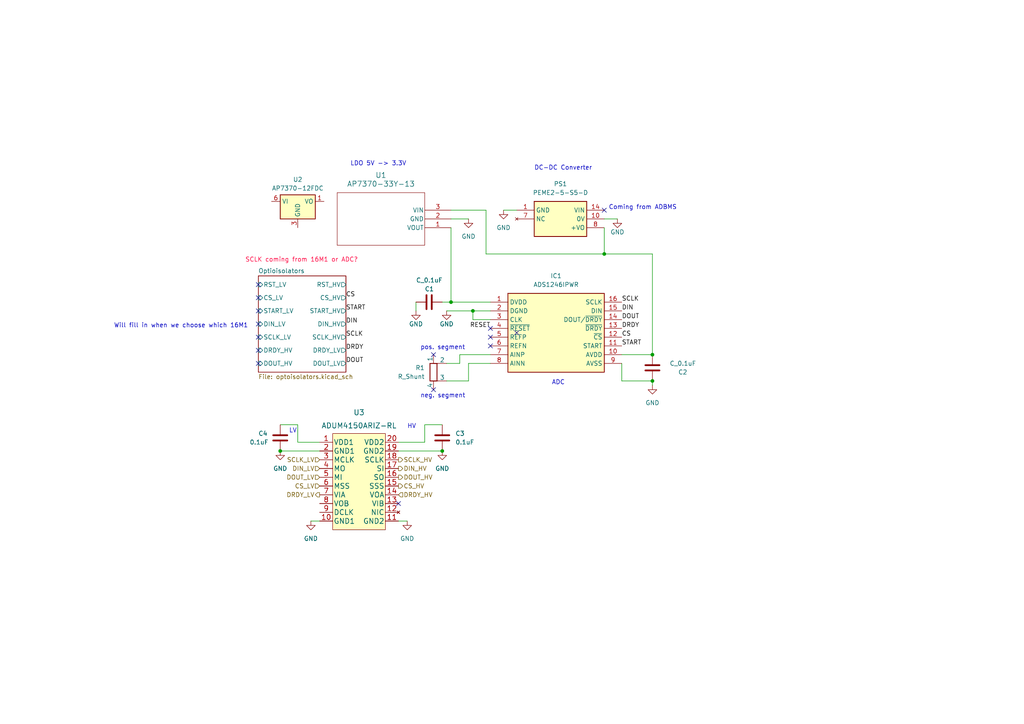
<source format=kicad_sch>
(kicad_sch (version 20230121) (generator eeschema)
  (paper "A4")
  (lib_symbols
    (symbol "ADC_ADS1246:ADS1246IPWR"
      (property "Reference" "IC" (at 34.29 7.62 0))
      (property "Value" "ADS1246IPWR" (at 34.29 5.08 0))
      (symbol "ADS1246IPWR_1_1"
        (rectangle (start 5.08 2.54) (end 33.02 -20.32) (stroke (width 0.254)) (fill (type background)))
        (pin passive line (at 0 0 0) (length 5.08) (name "DVDD") (number "1"))
        (pin passive line (at 38.1 -15.24 180) (length 5.08) (name "AVDD") (number "10"))
        (pin passive line (at 38.1 -12.7 180) (length 5.08) (name "START") (number "11"))
        (pin passive line (at 38.1 -10.16 180) (length 5.08) (name "~{CS}") (number "12"))
        (pin passive line (at 38.1 -7.62 180) (length 5.08) (name "~{DRDY}") (number "13"))
        (pin passive line (at 38.1 -5.08 180) (length 5.08) (name "DOUT/~{DRDY}") (number "14"))
        (pin passive line (at 38.1 -2.54 180) (length 5.08) (name "DIN") (number "15"))
        (pin passive line (at 38.1 0 180) (length 5.08) (name "SCLK") (number "16"))
        (pin passive line (at 0 -2.54 0) (length 5.08) (name "DGND") (number "2"))
        (pin passive line (at 0 -5.08 0) (length 5.08) (name "CLK") (number "3"))
        (pin passive line (at 0 -7.62 0) (length 5.08) (name "~{RESET}") (number "4"))
        (pin passive line (at 0 -10.16 0) (length 5.08) (name "REFP") (number "5"))
        (pin passive line (at 0 -12.7 0) (length 5.08) (name "REFN") (number "6"))
        (pin passive line (at 0 -15.24 0) (length 5.08) (name "AINP") (number "7"))
        (pin passive line (at 0 -17.78 0) (length 5.08) (name "AINN") (number "8"))
        (pin passive line (at 38.1 -17.78 180) (length 5.08) (name "AVSS") (number "9"))
      )
    )
    (symbol "DCDC_PEME2-5-D5-D3:PEME2-5-S5-D"
      (property "Reference" "PS" (at 21.59 7.62 0))
      (property "Value" "PEME2-5-S5-D" (at 21.59 5.08 0))
      (symbol "PEME2-5-S5-D_1_1"
        (rectangle (start 5.08 2.54) (end 20.32 -7.62) (stroke (width 0.254)) (fill (type background)))
        (pin passive line (at 0 0 0) (length 5.08) (name "GND") (number "1"))
        (pin passive line (at 25.4 -2.54 180) (length 5.08) (name "0V") (number "10"))
        (pin passive line (at 25.4 0 180) (length 5.08) (name "VIN") (number "14"))
        (pin no_connect line (at 0 -2.54 0) (length 5.08) (name "NC") (number "7"))
        (pin passive line (at 25.4 -5.08 180) (length 5.08) (name "+VO") (number "8"))
      )
    )
    (symbol "Device:C" (pin_numbers hide) (pin_names (offset 0.254))
      (property "Reference" "C" (at 0.635 2.54 0))
      (property "Value" "C" (at 0.635 -2.54 0))
      (symbol "C_0_1"
        (polyline (pts (xy -2.032 -0.762) (xy 2.032 -0.762)) (stroke (width 0.508)))
        (polyline (pts (xy -2.032 0.762) (xy 2.032 0.762)) (stroke (width 0.508)))
      )
      (symbol "C_1_1"
        (pin passive line (at 0 3.81 270) (length 2.794) (name "~") (number "1"))
        (pin passive line (at 0 -3.81 90) (length 2.794) (name "~") (number "2"))
      )
    )
    (symbol "Device:R_Shunt" (pin_numbers hide) (pin_names (offset 0))
      (property "Reference" "R" (at -4.445 0 90))
      (property "Value" "R_Shunt" (at -2.54 0 90))
      (symbol "R_Shunt_0_1"
        (rectangle (start -1.016 -2.54) (end 1.016 2.54) (stroke (width 0.254)))
        (polyline (pts (xy 0 -2.54) (xy 1.27 -2.54)))
        (polyline (pts (xy 1.27 2.54) (xy 0 2.54)))
      )
      (symbol "R_Shunt_1_1"
        (pin passive line (at 0 5.08 270) (length 2.54) (name "1") (number "1"))
        (pin passive line (at 3.81 2.54 180) (length 2.54) (name "2") (number "2"))
        (pin passive line (at 3.81 -2.54 180) (length 2.54) (name "3") (number "3"))
        (pin passive line (at 0 -5.08 90) (length 2.54) (name "4") (number "4"))
      )
    )
    (symbol "LDO_AP7370-33Y-13:AP7370-33Y-13" (pin_names (offset 0.254))
      (property "Reference" "U" (at -20.32 10.16 0))
      (property "Value" "AP7370-33Y-13" (at -20.32 7.62 0))
      (symbol "AP7370-33Y-13_0_1"
        (polyline (pts (xy -33.02 -10.16) (xy -7.62 -10.16)) (stroke (width 0.127)))
        (polyline (pts (xy -33.02 5.08) (xy -33.02 -10.16)) (stroke (width 0.127)))
        (polyline (pts (xy -7.62 -10.16) (xy -7.62 5.08)) (stroke (width 0.127)))
        (polyline (pts (xy -7.62 5.08) (xy -33.02 5.08)) (stroke (width 0.127)))
        (pin output line (at 0 -5.08 180) (length 7.62) (name "VOUT") (number "1"))
        (pin power_out line (at 0 -2.54 180) (length 7.62) (name "GND") (number "2"))
        (pin input line (at 0 0 180) (length 7.62) (name "VIN") (number "3"))
      )
    )
    (symbol "Regulator_Linear:AP7370-12FDC"
      (property "Reference" "U" (at -3.81 3.175 0))
      (property "Value" "AP7370-12FDC" (at 0 3.175 0))
      (symbol "AP7370-12FDC_0_1"
        (rectangle (start -5.08 -5.08) (end 5.08 1.905) (stroke (width 0.254)) (fill (type background)))
      )
      (symbol "AP7370-12FDC_1_1"
        (pin power_out line (at 7.62 0 180) (length 2.54) (name "VO") (number "1"))
        (pin no_connect line (at -5.08 -2.54 0) (length 2.54) hide (name "NC") (number "2"))
        (pin power_in line (at 0 -7.62 90) (length 2.54) (name "GND") (number "3"))
        (pin no_connect line (at 5.08 -2.54 180) (length 2.54) hide (name "NC") (number "4"))
        (pin no_connect line (at -5.08 -5.08 0) (length 2.54) hide (name "NC") (number "5"))
        (pin power_in line (at -7.62 0 0) (length 2.54) (name "VI") (number "6"))
        (pin passive line (at 0 -7.62 90) (length 2.54) hide (name "GND") (number "7"))
      )
    )
    (symbol "formula:ADUM4150ARIZ-RL" (pin_names (offset 0.254))
      (property "Reference" "U5" (at 32.385 8.636 0))
      (property "Value" "ADUM4150ARIZ-RL" (at 32.385 4.826 0))
      (symbol "ADUM4150ARIZ-RL_1_1"
        (rectangle (start 24.765 2.54) (end 40.005 -25.4) (fill (type background)))
        (pin power_in line (at 20.955 0 0) (length 3.81) (name "VDD1") (number "1"))
        (pin power_in line (at 20.955 -22.86 0) (length 3.81) (name "GND1") (number "10"))
        (pin power_in line (at 43.815 -22.86 180) (length 3.81) (name "GND2") (number "11"))
        (pin no_connect line (at 43.815 -20.32 180) (length 3.81) (name "NIC") (number "12"))
        (pin input line (at 43.815 -17.78 180) (length 3.81) (name "VIB") (number "13"))
        (pin output line (at 43.815 -15.24 180) (length 3.81) (name "VOA") (number "14"))
        (pin output line (at 43.815 -12.7 180) (length 3.81) (name "SSS") (number "15"))
        (pin input line (at 43.815 -10.16 180) (length 3.81) (name "SO") (number "16"))
        (pin output line (at 43.815 -7.62 180) (length 3.81) (name "SI") (number "17"))
        (pin output line (at 43.815 -5.08 180) (length 3.81) (name "SCLK") (number "18"))
        (pin power_in line (at 43.815 -2.54 180) (length 3.81) (name "GND2") (number "19"))
        (pin power_in line (at 20.955 -2.54 0) (length 3.81) (name "GND1") (number "2"))
        (pin power_in line (at 43.815 0 180) (length 3.81) (name "VDD2") (number "20"))
        (pin input line (at 20.955 -5.08 0) (length 3.81) (name "MCLK") (number "3"))
        (pin input line (at 20.955 -7.62 0) (length 3.81) (name "MO") (number "4"))
        (pin output line (at 20.955 -10.16 0) (length 3.81) (name "MI") (number "5"))
        (pin input line (at 20.955 -12.7 0) (length 3.81) (name "MSS") (number "6"))
        (pin input line (at 20.955 -15.24 0) (length 3.81) (name "VIA") (number "7"))
        (pin output line (at 20.955 -17.78 0) (length 3.81) (name "VOB") (number "8"))
        (pin output line (at 20.955 -20.32 0) (length 3.81) (name "DCLK") (number "9"))
      )
    )
    (symbol "formula:C_0.1uF" (pin_numbers hide) (pin_names (offset 0.254))
      (property "Reference" "C" (at 0.635 2.54 0))
      (property "Value" "C_0.1uF" (at 0.635 -2.54 0))
      (symbol "C_0.1uF_0_1"
        (polyline (pts (xy -2.032 -0.762) (xy 2.032 -0.762)) (stroke (width 0.508)))
        (polyline (pts (xy -2.032 0.762) (xy 2.032 0.762)) (stroke (width 0.508)))
      )
      (symbol "C_0.1uF_1_1"
        (pin passive line (at 0 3.81 270) (length 2.794) (name "~") (number "1"))
        (pin passive line (at 0 -3.81 90) (length 2.794) (name "~") (number "2"))
      )
    )
    (symbol "power:GND" (power) (pin_names (offset 0))
      (property "Value" "GND" (at 0 -3.81 0))
      (symbol "GND_0_1"
        (polyline (pts (xy 0 0) (xy 0 -1.27) (xy 1.27 -1.27) (xy 0 -2.54) (xy -1.27 -1.27) (xy 0 -1.27)))
      )
      (symbol "GND_1_1"
        (pin power_in line (at 0 0 270) (length 0) hide (name "GND") (number "1"))
      )
    )
  )
  (junction (at 175.26 73.66))
  (junction (at 189.23 102.87))
  (junction (at 130.81 87.63))
  (junction (at 137.16 90.17))
  (junction (at 189.23 110.49))
  (junction (at 128.27 130.81))
  (junction (at 81.28 130.81))
  (no_connect (at 115.57 146.05))
  (no_connect (at 74.93 90.17))
  (no_connect (at 125.73 102.87))
  (no_connect (at 175.26 60.96))
  (no_connect (at 74.93 82.55))
  (no_connect (at 74.93 105.41))
  (no_connect (at 74.93 101.6))
  (no_connect (at 74.93 97.79))
  (no_connect (at 74.93 86.36))
  (no_connect (at 125.73 113.03))
  (no_connect (at 149.86 96.52))
  (no_connect (at 142.24 95.25))
  (no_connect (at 142.24 97.79))
  (no_connect (at 74.93 93.98))
  (no_connect (at 142.24 100.33))
  (wire (pts (xy 81.28 123.19) (xy 86.36 123.19)))
  (wire (pts (xy 189.23 102.87) (xy 180.34 102.87)))
  (wire (pts (xy 92.71 128.27) (xy 86.36 128.27)))
  (wire (pts (xy 115.57 151.13) (xy 118.11 151.13)))
  (wire (pts (xy 115.57 130.81) (xy 128.27 130.81)))
  (wire (pts (xy 90.17 151.13) (xy 92.71 151.13)))
  (wire (pts (xy 137.16 92.71) (xy 142.24 92.71)))
  (wire (pts (xy 130.81 66.04) (xy 130.81 87.63)))
  (wire (pts (xy 129.54 105.41) (xy 133.35 105.41)))
  (wire (pts (xy 142.24 90.17) (xy 137.16 90.17)))
  (wire (pts (xy 135.89 110.49) (xy 129.54 110.49)))
  (wire (pts (xy 189.23 73.66) (xy 189.23 102.87)))
  (wire (pts (xy 175.26 73.66) (xy 189.23 73.66)))
  (wire (pts (xy 81.28 130.81) (xy 92.71 130.81)))
  (wire (pts (xy 123.19 128.27) (xy 123.19 123.19)))
  (wire (pts (xy 130.81 63.5) (xy 135.89 63.5)))
  (wire (pts (xy 86.36 128.27) (xy 86.36 123.19)))
  (wire (pts (xy 129.54 90.17) (xy 137.16 90.17)))
  (wire (pts (xy 133.35 102.87) (xy 142.24 102.87)))
  (wire (pts (xy 123.19 123.19) (xy 128.27 123.19)))
  (wire (pts (xy 175.26 66.04) (xy 175.26 73.66)))
  (wire (pts (xy 146.05 60.96) (xy 149.86 60.96)))
  (wire (pts (xy 142.24 105.41) (xy 135.89 105.41)))
  (wire (pts (xy 115.57 128.27) (xy 123.19 128.27)))
  (wire (pts (xy 140.97 60.96) (xy 130.81 60.96)))
  (wire (pts (xy 120.65 87.63) (xy 120.65 90.17)))
  (wire (pts (xy 140.97 73.66) (xy 140.97 60.96)))
  (wire (pts (xy 180.34 105.41) (xy 180.34 110.49)))
  (wire (pts (xy 135.89 105.41) (xy 135.89 110.49)))
  (wire (pts (xy 175.26 63.5) (xy 179.07 63.5)))
  (wire (pts (xy 175.26 73.66) (xy 140.97 73.66)))
  (wire (pts (xy 189.23 110.49) (xy 189.23 111.76)))
  (wire (pts (xy 137.16 90.17) (xy 137.16 92.71)))
  (wire (pts (xy 130.81 87.63) (xy 142.24 87.63)))
  (wire (pts (xy 133.35 105.41) (xy 133.35 102.87)))
  (wire (pts (xy 128.27 87.63) (xy 130.81 87.63)))
  (wire (pts (xy 180.34 110.49) (xy 189.23 110.49)))
  (text "Coming from ADBMS" (at 176.53 60.96 0) (effects (font (size 1.27 1.27)) (justify left bottom)))
  (text "Will fill in when we choose which 16M1" (at 33.02 95.25 0) (effects (font (size 1.27 1.27)) (justify left bottom)))
  (text "DC-DC Converter" (at 154.94 49.53 0) (effects (font (size 1.27 1.27)) (justify left bottom)))
  (text "neg. segment" (at 121.92 115.57 0) (effects (font (size 1.27 1.27)) (justify left bottom)))
  (text "LDO 5V -> 3.3V" (at 101.6 48.26 0) (effects (font (size 1.27 1.27)) (justify left bottom)))
  (text "HV" (at 118.11 124.46 0) (effects (font (size 1.27 1.27)) (justify left bottom)))
  (text "LV" (at 83.82 125.73 0) (effects (font (size 1.27 1.27)) (justify left bottom)))
  (text "pos. segment" (at 121.92 101.6 0) (effects (font (size 1.27 1.27)) (justify left bottom)))
  (text "SCLK coming from 16M1 or ADC?\n" (at 71.12 76.2 0) (effects (font (size 1.27 1.27)) (justify left bottom)))
  (text "ADC" (at 160.02 111.76 0) (effects (font (size 1.27 1.27)) (justify left bottom)))
  (label "DRDY" (at 100.33 101.6 0))
  (label "DOUT" (at 100.33 105.41 0))
  (label "CS" (at 100.33 86.36 0))
  (label "DRDY" (at 180.34 95.25 0))
  (label "DOUT" (at 180.34 92.71 0))
  (label "DIN" (at 180.34 90.17 0))
  (label "SCLK" (at 100.33 97.79 0))
  (label "DIN" (at 100.33 93.98 0))
  (label "SCLK" (at 180.34 87.63 0))
  (label "RESET" (at 142.24 95.25 180))
  (label "START" (at 180.34 100.33 0))
  (label "CS" (at 180.34 97.79 0))
  (label "START" (at 100.33 90.17 0))
  (hierarchical_label "DIN_LV" (shape input) (at 92.71 135.89 180))
  (hierarchical_label "SCLK_HV" (shape output) (at 115.57 133.35 0))
  (hierarchical_label "CS_HV" (shape output) (at 115.57 140.97 0))
  (hierarchical_label "DOUT_HV" (shape output) (at 115.57 138.43 0))
  (hierarchical_label "CS_LV" (shape input) (at 92.71 140.97 180))
  (hierarchical_label "DRDY_HV" (shape input) (at 115.57 143.51 0))
  (hierarchical_label "DIN_HV" (shape output) (at 115.57 135.89 0))
  (hierarchical_label "DRDY_LV" (shape output) (at 92.71 143.51 180))
  (hierarchical_label "DOUT_LV" (shape input) (at 92.71 138.43 180))
  (hierarchical_label "SCLK_LV" (shape input) (at 92.71 133.35 180))
  (symbol (lib_id "power:GND") (at 81.28 130.81 0) (unit 1)
    (property "Reference" "#PWR08" (effects hide))
    (property "Value" "GND" (at 81.28 135.89 0))
  )
  (symbol (lib_id "ADC_ADS1246:ADS1246IPWR") (at 142.24 87.63 0) (unit 1)
    (property "Reference" "IC1" (at 161.29 80.01 0))
    (property "Value" "ADS1246IPWR" (at 161.29 82.55 0))
    (property "Footprint" "SOP65P640X120-16N" (effects hide))
    (property "Datasheet" "http://www.ti.com/lit/gpn/ADS1246" (effects hide))
    (property "Height" "1.2" (effects hide))
    (property "Manufacturer_Name" "Texas Instruments" (effects hide))
    (property "Manufacturer_Part_Number" "ADS1246IPWR" (effects hide))
    (property "Mouser Part Number" "595-ADS1246IPWR" (effects hide))
    (property "Mouser Price/Stock" "https://www.mouser.co.uk/ProductDetail/Texas-Instruments/ADS1246IPWR?qs=XGzIaZb%2FFYJewvAb0%2FxFDA%3D%3D" (effects hide))
    (property "Arrow Part Number" "ADS1246IPWR" (effects hide))
    (property "Arrow Price/Stock" "https://www.arrow.com/en/products/ads1246ipwr/texas-instruments?region=nac" (effects hide))
  )
  (symbol (lib_id "formula:ADUM4150ARIZ-RL") (at 71.755 128.27 0) (unit 1)
    (property "Reference" "U3" (at 104.14 119.634 0) (effects (font (size 1.524 1.524))))
    (property "Value" "ADUM4150ARIZ-RL" (at 104.14 123.444 0) (effects (font (size 1.524 1.524))))
    (property "Footprint" "footprints:20-SOIC" (effects hide))
    (property "Datasheet" "www.analog.com/media/en/technical-documentation/data-sheets/ADuM4150.pdf" (effects hide))
    (property "Purchasin Link" "www.digikey.com/en/products/detail/analog-devices-inc/ADUM4150ARIZ-RL/5056899" (effects hide))
  )
  (symbol (lib_id "Device:R_Shunt") (at 125.73 107.95 0) (unit 1)
    (property "Reference" "R1" (at 123.19 106.68 0) (effects (justify right)))
    (property "Value" "R_Shunt" (at 123.19 109.22 0) (effects (justify right)))
  )
  (symbol (lib_id "power:GND") (at 120.65 90.17 0) (unit 1)
    (property "Reference" "#PWR01" (effects hide))
    (property "Value" "GND" (at 120.65 93.98 0))
  )
  (symbol (lib_id "formula:C_0.1uF") (at 124.46 87.63 90) (unit 1)
    (property "Reference" "C1" (at 123.19 83.82 90) (effects (justify right)))
    (property "Value" "C_0.1uF" (at 120.65 81.28 90) (effects (justify right)))
    (property "Footprint" "footprints:C_0805_OEM" (effects hide))
    (property "Datasheet" "http://datasheets.avx.com/X7RDielectric.pdf" (effects hide))
    (property "MFN" "DK" (effects hide))
    (property "MPN" "478-3352-1-ND" (effects hide))
    (property "PurchasingLink" "https://www.digikey.com/products/en?keywords=478-3352-1-ND" (effects hide))
  )
  (symbol (lib_id "DCDC_PEME2-5-D5-D3:PEME2-5-S5-D") (at 149.86 60.96 0) (unit 1)
    (property "Reference" "PS1" (at 162.56 53.34 0))
    (property "Value" "PEME2-5-S5-D" (at 162.56 55.88 0))
    (property "Footprint" "PEME25S5D" (effects hide))
    (property "Datasheet" "https://www.cui.com/product/resource/supplyframepdf/peme2-d.pdf" (effects hide))
    (property "Height" "8.45" (effects hide))
    (property "Manufacturer_Name" "CUI Inc." (effects hide))
    (property "Manufacturer_Part_Number" "PEME2-5-S5-D" (effects hide))
  )
  (symbol (lib_id "power:GND") (at 129.54 90.17 0) (unit 1)
    (property "Reference" "#PWR06" (effects hide))
    (property "Value" "GND" (at 129.54 93.98 0))
  )
  (symbol (lib_id "Device:C") (at 81.28 127 0) (unit 1)
    (property "Reference" "C4" (at 74.93 125.73 0) (effects (justify left)))
    (property "Value" "0.1uF" (at 72.39 128.27 0) (effects (justify left)))
    (property "Footprint" "Capacitor_SMD:C_0201_0603Metric" (effects hide))
  )
  (symbol (lib_id "power:GND") (at 135.89 63.5 0) (mirror y) (unit 1)
    (property "Reference" "#PWR03" (effects hide))
    (property "Value" "GND" (at 135.89 68.58 0))
  )
  (symbol (lib_id "Device:C") (at 128.27 127 0) (unit 1)
    (property "Reference" "C3" (at 132.08 125.73 0) (effects (justify left)))
    (property "Value" "0.1uF" (at 132.08 128.27 0) (effects (justify left)))
    (property "Footprint" "Capacitor_SMD:C_0201_0603Metric" (effects hide))
  )
  (symbol (lib_id "LDO_AP7370-33Y-13:AP7370-33Y-13") (at 130.81 60.96 0) (unit 1)
    (property "Reference" "U1" (at 110.49 50.8 0) (effects (font (size 1.524 1.524))))
    (property "Value" "AP7370-33Y-13" (at 110.49 53.34 0) (effects (font (size 1.524 1.524))))
    (property "Footprint" "SOT89_B8D_DIO" (effects hide))
    (property "Datasheet" "AP7370-33Y-13" (effects hide))
  )
  (symbol (lib_id "power:GND") (at 90.17 151.13 0) (unit 1)
    (property "Reference" "#PWR09" (effects hide))
    (property "Value" "GND" (at 90.17 156.21 0))
  )
  (symbol (lib_id "power:GND") (at 189.23 111.76 0) (mirror y) (unit 1)
    (property "Reference" "#PWR02" (effects hide))
    (property "Value" "GND" (at 189.23 116.84 0))
  )
  (symbol (lib_id "formula:C_0.1uF") (at 189.23 106.68 0) (unit 1)
    (property "Reference" "C2" (at 199.39 107.95 0) (effects (justify right)))
    (property "Value" "C_0.1uF" (at 201.93 105.41 0) (effects (justify right)))
    (property "Footprint" "footprints:C_0805_OEM" (effects hide))
    (property "Datasheet" "http://datasheets.avx.com/X7RDielectric.pdf" (effects hide))
    (property "MFN" "DK" (effects hide))
    (property "MPN" "478-3352-1-ND" (effects hide))
    (property "PurchasingLink" "https://www.digikey.com/products/en?keywords=478-3352-1-ND" (effects hide))
  )
  (symbol (lib_id "power:GND") (at 128.27 130.81 0) (unit 1)
    (property "Reference" "#PWR05" (effects hide))
    (property "Value" "GND" (at 128.27 135.89 0))
  )
  (symbol (lib_id "power:GND") (at 146.05 60.96 0) (mirror y) (unit 1)
    (property "Reference" "#PWR04" (effects hide))
    (property "Value" "GND" (at 146.05 66.04 0))
  )
  (symbol (lib_id "power:GND") (at 118.11 151.13 0) (unit 1)
    (property "Reference" "#PWR010" (effects hide))
    (property "Value" "GND" (at 118.11 156.21 0))
  )
  (symbol (lib_id "Regulator_Linear:AP7370-12FDC") (at 86.36 58.42 0) (unit 1)
    (property "Reference" "U2" (at 86.36 52.07 0))
    (property "Value" "AP7370-12FDC" (at 86.36 54.61 0))
    (property "Footprint" "Package_DFN_QFN:DFN-6-1EP_2x2mm_P0.65mm_EP1.01x1.7mm" (effects hide))
    (property "Datasheet" "https://www.diodes.com/assets/Datasheets/AP7370.pdf" (effects hide))
  )
  (symbol (lib_id "power:GND") (at 179.07 63.5 0) (unit 1)
    (property "Reference" "#PWR07" (effects hide))
    (property "Value" "GND" (at 179.07 67.31 0))
  )
  (sheet (at 74.93 80.01) (size 25.4 27.94) (stroke (width 0.1524))
    (property "Sheetname" "Optioisolators" (at 74.93 79.2984 0) (effects (justify left bottom)))
    (property "Sheetfile" "optoisolators.kicad_sch" (at 74.93 108.5346 0) (effects (justify left top)))
    (pin "SCLK_HV" output (at 100.33 97.79 0))
    (pin "DIN_HV" output (at 100.33 93.98 0))
    (pin "SCLK_LV" input (at 74.93 97.79 180))
    (pin "START_HV" output (at 100.33 90.17 0))
    (pin "CS_HV" output (at 100.33 86.36 0))
    (pin "RST_LV" input (at 74.93 82.55 180))
    (pin "RST_HV" output (at 100.33 82.55 0))
    (pin "CS_LV" input (at 74.93 86.36 180))
    (pin "START_LV" input (at 74.93 90.17 180))
    (pin "DIN_LV" input (at 74.93 93.98 180))
    (pin "DOUT_LV" output (at 100.33 105.41 0))
    (pin "DRDY_HV" input (at 74.93 101.6 180))
    (pin "DRDY_LV" output (at 100.33 101.6 0))
    (pin "DOUT_HV" input (at 74.93 105.41 180))
  )
)
</source>
